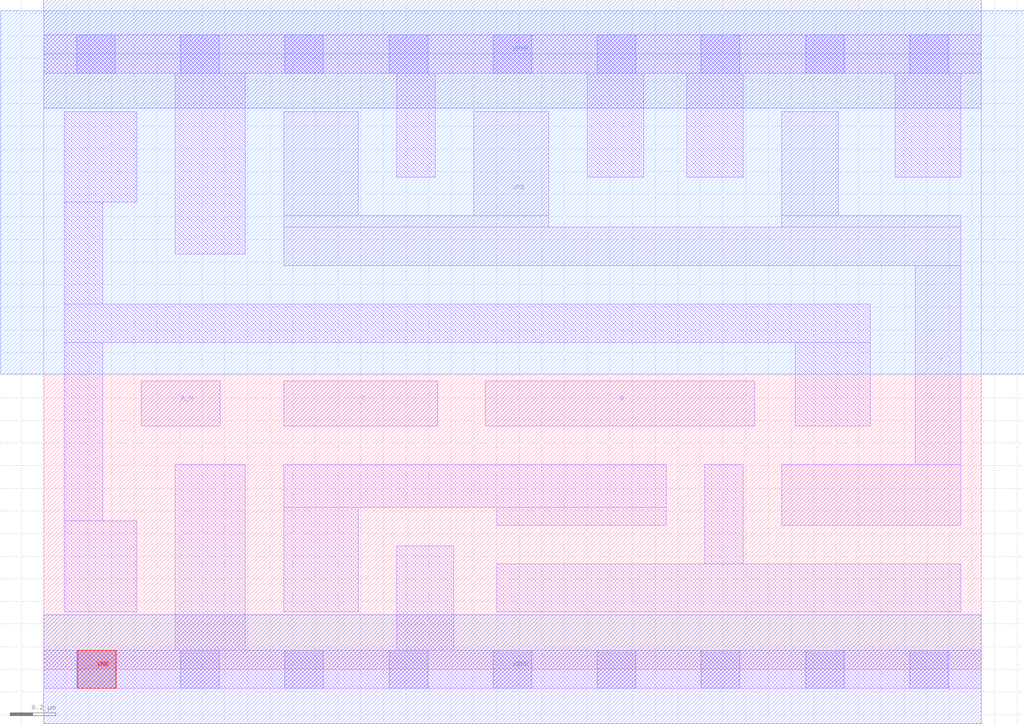
<source format=lef>
# Copyright 2020 The SkyWater PDK Authors
#
# Licensed under the Apache License, Version 2.0 (the "License");
# you may not use this file except in compliance with the License.
# You may obtain a copy of the License at
#
#     https://www.apache.org/licenses/LICENSE-2.0
#
# Unless required by applicable law or agreed to in writing, software
# distributed under the License is distributed on an "AS IS" BASIS,
# WITHOUT WARRANTIES OR CONDITIONS OF ANY KIND, either express or implied.
# See the License for the specific language governing permissions and
# limitations under the License.
#
# SPDX-License-Identifier: Apache-2.0

VERSION 5.7 ;
  NOWIREEXTENSIONATPIN ON ;
  DIVIDERCHAR "/" ;
  BUSBITCHARS "[]" ;
MACRO sky130_fd_sc_hd__nand3b_2
  CLASS CORE ;
  FOREIGN sky130_fd_sc_hd__nand3b_2 ;
  ORIGIN  0.000000  0.000000 ;
  SIZE  4.140000 BY  2.720000 ;
  SYMMETRY X Y R90 ;
  SITE unithd ;
  PIN A_N
    ANTENNAGATEAREA  0.126000 ;
    DIRECTION INPUT ;
    USE SIGNAL ;
    PORT
      LAYER li1 ;
        RECT 0.430000 1.075000 0.780000 1.275000 ;
    END
  END A_N
  PIN B
    ANTENNAGATEAREA  0.495000 ;
    DIRECTION INPUT ;
    USE SIGNAL ;
    PORT
      LAYER li1 ;
        RECT 1.950000 1.075000 3.140000 1.275000 ;
    END
  END B
  PIN C
    ANTENNAGATEAREA  0.495000 ;
    DIRECTION INPUT ;
    USE SIGNAL ;
    PORT
      LAYER li1 ;
        RECT 1.060000 1.075000 1.740000 1.275000 ;
    END
  END C
  PIN VNB
    PORT
      LAYER pwell ;
        RECT 0.150000 -0.085000 0.320000 0.085000 ;
    END
  END VNB
  PIN VPB
    PORT
      LAYER nwell ;
        RECT -0.190000 1.305000 4.330000 2.910000 ;
    END
  END VPB
  PIN Y
    ANTENNADIFFAREA  0.985500 ;
    DIRECTION OUTPUT ;
    USE SIGNAL ;
    PORT
      LAYER li1 ;
        RECT 1.060000 1.785000 4.050000 1.955000 ;
        RECT 1.060000 1.955000 2.230000 2.005000 ;
        RECT 1.060000 2.005000 1.390000 2.465000 ;
        RECT 1.900000 2.005000 2.230000 2.465000 ;
        RECT 3.260000 0.635000 4.050000 0.905000 ;
        RECT 3.260000 1.955000 4.050000 2.005000 ;
        RECT 3.260000 2.005000 3.510000 2.465000 ;
        RECT 3.850000 0.905000 4.050000 1.785000 ;
    END
  END Y
  PIN VGND
    DIRECTION INOUT ;
    SHAPE ABUTMENT ;
    USE GROUND ;
    PORT
      LAYER met1 ;
        RECT 0.000000 -0.240000 4.140000 0.240000 ;
    END
  END VGND
  PIN VPWR
    DIRECTION INOUT ;
    SHAPE ABUTMENT ;
    USE POWER ;
    PORT
      LAYER met1 ;
        RECT 0.000000 2.480000 4.140000 2.960000 ;
    END
  END VPWR
  OBS
    LAYER li1 ;
      RECT 0.000000 -0.085000 4.140000 0.085000 ;
      RECT 0.000000  2.635000 4.140000 2.805000 ;
      RECT 0.090000  0.255000 0.410000 0.655000 ;
      RECT 0.090000  0.655000 0.260000 1.445000 ;
      RECT 0.090000  1.445000 3.650000 1.615000 ;
      RECT 0.090000  1.615000 0.260000 2.065000 ;
      RECT 0.090000  2.065000 0.410000 2.465000 ;
      RECT 0.580000  0.085000 0.890000 0.905000 ;
      RECT 0.580000  1.835000 0.890000 2.635000 ;
      RECT 1.060000  0.255000 1.390000 0.715000 ;
      RECT 1.060000  0.715000 2.750000 0.905000 ;
      RECT 1.560000  0.085000 1.810000 0.545000 ;
      RECT 1.560000  2.175000 1.730000 2.635000 ;
      RECT 2.000000  0.255000 4.050000 0.465000 ;
      RECT 2.000000  0.635000 2.750000 0.715000 ;
      RECT 2.400000  2.175000 2.650000 2.635000 ;
      RECT 2.840000  2.175000 3.090000 2.635000 ;
      RECT 2.920000  0.465000 3.090000 0.905000 ;
      RECT 3.320000  1.075000 3.650000 1.445000 ;
      RECT 3.760000  2.175000 4.050000 2.635000 ;
    LAYER mcon ;
      RECT 0.145000 -0.085000 0.315000 0.085000 ;
      RECT 0.145000  2.635000 0.315000 2.805000 ;
      RECT 0.605000 -0.085000 0.775000 0.085000 ;
      RECT 0.605000  2.635000 0.775000 2.805000 ;
      RECT 1.065000 -0.085000 1.235000 0.085000 ;
      RECT 1.065000  2.635000 1.235000 2.805000 ;
      RECT 1.525000 -0.085000 1.695000 0.085000 ;
      RECT 1.525000  2.635000 1.695000 2.805000 ;
      RECT 1.985000 -0.085000 2.155000 0.085000 ;
      RECT 1.985000  2.635000 2.155000 2.805000 ;
      RECT 2.445000 -0.085000 2.615000 0.085000 ;
      RECT 2.445000  2.635000 2.615000 2.805000 ;
      RECT 2.905000 -0.085000 3.075000 0.085000 ;
      RECT 2.905000  2.635000 3.075000 2.805000 ;
      RECT 3.365000 -0.085000 3.535000 0.085000 ;
      RECT 3.365000  2.635000 3.535000 2.805000 ;
      RECT 3.825000 -0.085000 3.995000 0.085000 ;
      RECT 3.825000  2.635000 3.995000 2.805000 ;
  END
END sky130_fd_sc_hd__nand3b_2
END LIBRARY

</source>
